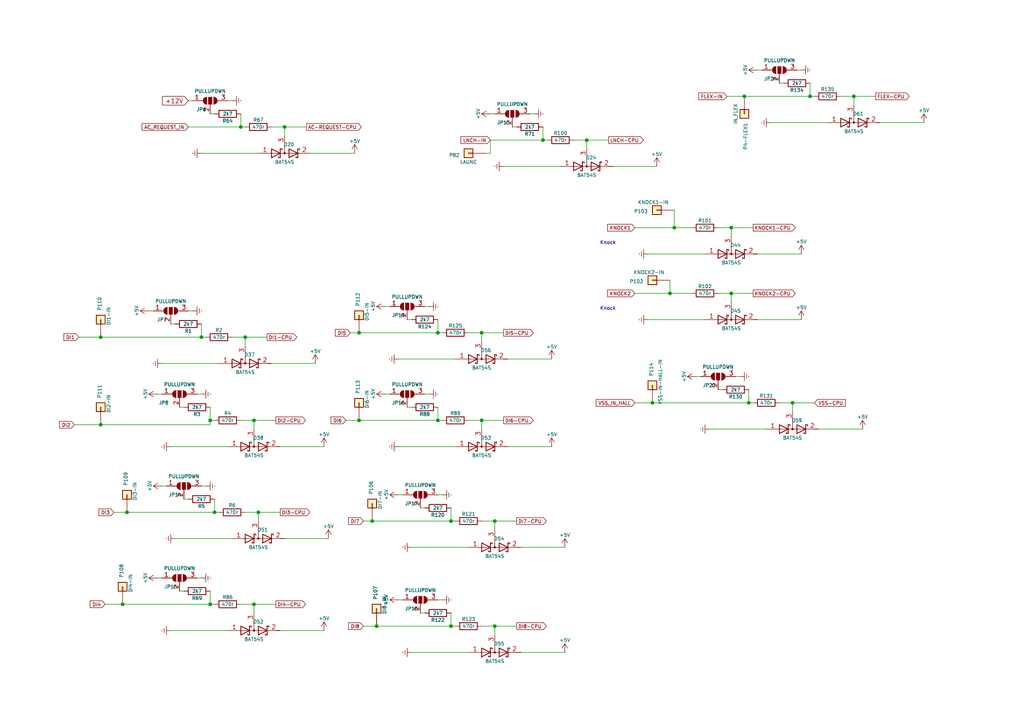
<source format=kicad_sch>
(kicad_sch (version 20231120) (generator "eeschema") (generator_version "8.0")
  (paper "A4")
  (lib_symbols
    (symbol "Device:R" (pin_numbers hide) (pin_names (offset 0))
      (property "Reference" "R" (at 2.032 0 90))
      (property "Value" "R" (at 0 0 90))
      (symbol "R_1_1"
        (pin passive line (at 0 3.81 270) (length 1.27) (name "~") (number "1"))
        (pin passive line (at 0 -3.81 90) (length 1.27) (name "~") (number "2"))
      )
    )
    (symbol "Underdog-rescue:D_Schottky_x2_Serial_AKC-Device" (pin_names (offset 0.762) hide)
      (property "Reference" "D" (at 1.27 -2.54 0))
      (property "Value" "D_Schottky_x2_Serial_AKC-Device" (at 0 2.54 0))
      (symbol "D_Schottky_x2_Serial_AKC-Device_0_1"
        (pin passive line (at -7.62 0 0) (length 3.81) (name "A") (number "1"))
        (pin passive line (at 7.62 0 180) (length 3.81) (name "K") (number "2"))
        (pin passive line (at 0 -5.08 90) (length 2.54) (name "common") (number "3"))
      )
    )
    (symbol "Underdog-rescue:SolderJumper_3_Open-Jumper1" (pin_names (offset 0) hide)
      (property "Reference" "JP" (at -2.54 -2.54 0))
      (property "Value" "SolderJumper_3_Open-Jumper1" (at 0 2.794 0))
      (symbol "SolderJumper_3_Open-Jumper1_1_1"
        (pin passive line (at -5.08 0 0) (length 2.54) (name "A") (number "1"))
        (pin input line (at 0 -3.81 90) (length 2.54) (name "C") (number "2"))
        (pin passive line (at 5.08 0 180) (length 2.54) (name "B") (number "3"))
      )
    )
    (symbol "misc:Pad" (pin_numbers hide) (pin_names (offset 1.016) hide)
      (property "Reference" "P" (at 2.54 0 0))
      (symbol "Pad_1_1"
        (pin passive line (at -5.08 0 0) (length 3.81) (name "Pin_1") (number "1"))
      )
    )
    (symbol "power:+5V" (power) (pin_names (offset 0))
      (property "Value" "+5V" (at 0 3.556 0))
      (symbol "+5V_1_1"
        (pin power_in line (at 0 0 90) (length 0) hide (name "+5V") (number "1"))
      )
    )
    (symbol "power:Earth" (power) (pin_names (offset 0))
      (symbol "Earth_1_1"
        (pin power_in line (at 0 0 270) (length 0) hide (name "Earth") (number "1"))
      )
    )
  )
  (junction (at 107.95 151.13))
  (junction (at 139.7 121.92))
  (junction (at 212.09 85.09))
  (junction (at 104.14 121.92))
  (junction (at 189.23 116.84))
  (junction (at 247.65 27.94))
  (junction (at 29.21 123.19))
  (junction (at 234.95 27.94))
  (junction (at 69.85 36.83))
  (junction (at 109.22 181.61))
  (junction (at 36.83 148.59))
  (junction (at 194.31 85.09))
  (junction (at 60.96 175.26))
  (junction (at 74.93 148.59))
  (junction (at 127 121.92))
  (junction (at 170.18 40.64))
  (junction (at 217.17 116.84))
  (junction (at 195.58 66.04))
  (junction (at 143.51 181.61))
  (junction (at 130.81 181.61))
  (junction (at 35.56 175.26))
  (junction (at 82.55 36.83))
  (junction (at 73.66 121.92))
  (junction (at 62.23 148.59))
  (junction (at 58.42 97.79))
  (junction (at 157.48 40.64))
  (junction (at 229.87 116.84))
  (junction (at 104.14 96.52))
  (junction (at 130.81 151.13))
  (junction (at 139.7 96.52))
  (junction (at 127 96.52))
  (junction (at 29.21 97.79))
  (junction (at 143.51 151.13))
  (junction (at 73.66 175.26))
  (junction (at 212.09 66.04))
  (junction (at 71.12 97.79))
  (junction (at 215.9 27.94))
  (junction (at 60.96 121.92))
  (wire (pts (xy 115.57 173.99) (xy 116.84 173.99)))
  (wire (pts (xy 194.31 81.28) (xy 194.31 85.09)))
  (wire (pts (xy 60.96 123.19) (xy 60.96 121.92)))
  (wire (pts (xy 226.06 116.84) (xy 229.87 116.84)))
  (wire (pts (xy 73.66 124.46) (xy 73.66 121.92)))
  (wire (pts (xy 49.53 129.54) (xy 66.04 129.54)))
  (wire (pts (xy 143.51 151.13) (xy 149.86 151.13)))
  (wire (pts (xy 135.89 96.52) (xy 139.7 96.52)))
  (wire (pts (xy 217.17 116.84) (xy 218.44 116.84)))
  (wire (pts (xy 45.72 114.3) (xy 46.99 114.3)))
  (wire (pts (xy 208.28 113.03) (xy 209.55 113.03)))
  (wire (pts (xy 139.7 151.13) (xy 143.51 151.13)))
  (wire (pts (xy 130.81 181.61) (xy 130.81 177.8)))
  (wire (pts (xy 30.48 175.26) (xy 35.56 175.26)))
  (wire (pts (xy 205.74 124.46) (xy 222.25 124.46)))
  (wire (pts (xy 208.28 85.09) (xy 212.09 85.09)))
  (wire (pts (xy 95.25 156.21) (xy 82.55 156.21)))
  (wire (pts (xy 111.76 88.9) (xy 113.03 88.9)))
  (wire (pts (xy 187.96 73.66) (xy 204.47 73.66)))
  (wire (pts (xy 148.59 36.83) (xy 149.86 36.83)))
  (wire (pts (xy 243.84 27.94) (xy 247.65 27.94)))
  (wire (pts (xy 234.95 27.94) (xy 234.95 24.13)))
  (wire (pts (xy 93.98 182.88) (xy 81.28 182.88)))
  (wire (pts (xy 212.09 68.58) (xy 212.09 66.04)))
  (wire (pts (xy 93.98 129.54) (xy 81.28 129.54)))
  (wire (pts (xy 121.92 177.8) (xy 123.19 177.8)))
  (wire (pts (xy 212.09 66.04) (xy 218.44 66.04)))
  (wire (pts (xy 62.23 148.59) (xy 62.23 144.78)))
  (wire (pts (xy 52.07 171.45) (xy 53.34 171.45)))
  (wire (pts (xy 119.38 158.75) (xy 135.89 158.75)))
  (wire (pts (xy 135.89 121.92) (xy 139.7 121.92)))
  (wire (pts (xy 109.22 181.61) (xy 130.81 181.61)))
  (wire (pts (xy 130.81 151.13) (xy 130.81 147.32)))
  (wire (pts (xy 232.41 73.66) (xy 219.71 73.66)))
  (wire (pts (xy 195.58 66.04) (xy 200.66 66.04)))
  (wire (pts (xy 45.72 167.64) (xy 46.99 167.64)))
  (wire (pts (xy 115.57 129.54) (xy 132.08 129.54)))
  (wire (pts (xy 67.31 97.79) (xy 71.12 97.79)))
  (wire (pts (xy 36.83 148.59) (xy 62.23 148.59)))
  (wire (pts (xy 219.71 20.32) (xy 220.98 20.32)))
  (wire (pts (xy 115.57 104.14) (xy 132.08 104.14)))
  (wire (pts (xy 104.14 121.92) (xy 127 121.92)))
  (wire (pts (xy 35.56 175.26) (xy 60.96 175.26)))
  (wire (pts (xy 143.51 181.61) (xy 149.86 181.61)))
  (wire (pts (xy 139.7 181.61) (xy 143.51 181.61)))
  (wire (pts (xy 119.38 189.23) (xy 135.89 189.23)))
  (wire (pts (xy 71.12 100.33) (xy 71.12 97.79)))
  (wire (pts (xy 160.02 129.54) (xy 147.32 129.54)))
  (wire (pts (xy 21.59 123.19) (xy 29.21 123.19)))
  (wire (pts (xy 184.15 85.09) (xy 194.31 85.09)))
  (wire (pts (xy 73.66 121.92) (xy 80.01 121.92)))
  (wire (pts (xy 50.8 156.21) (xy 67.31 156.21)))
  (wire (pts (xy 52.07 118.11) (xy 53.34 118.11)))
  (wire (pts (xy 74.93 151.13) (xy 74.93 148.59)))
  (wire (pts (xy 59.69 140.97) (xy 58.42 140.97)))
  (wire (pts (xy 105.41 181.61) (xy 109.22 181.61)))
  (wire (pts (xy 124.46 114.3) (xy 123.19 114.3)))
  (wire (pts (xy 33.02 148.59) (xy 36.83 148.59)))
  (wire (pts (xy 163.83 158.75) (xy 151.13 158.75)))
  (wire (pts (xy 128.27 173.99) (xy 127 173.99)))
  (wire (pts (xy 104.14 96.52) (xy 127 96.52)))
  (wire (pts (xy 107.95 151.13) (xy 130.81 151.13)))
  (wire (pts (xy 212.09 85.09) (xy 218.44 85.09)))
  (wire (pts (xy 82.55 39.37) (xy 82.55 36.83)))
  (wire (pts (xy 160.02 104.14) (xy 147.32 104.14)))
  (wire (pts (xy 58.42 97.79) (xy 58.42 93.98)))
  (wire (pts (xy 60.96 175.26) (xy 60.96 171.45)))
  (wire (pts (xy 121.92 147.32) (xy 123.19 147.32)))
  (wire (pts (xy 201.93 109.22) (xy 203.2 109.22)))
  (wire (pts (xy 54.61 36.83) (xy 69.85 36.83)))
  (wire (pts (xy 208.28 66.04) (xy 212.09 66.04)))
  (wire (pts (xy 62.23 148.59) (xy 63.5 148.59)))
  (wire (pts (xy 163.83 189.23) (xy 151.13 189.23)))
  (wire (pts (xy 58.42 97.79) (xy 59.69 97.79)))
  (wire (pts (xy 101.6 96.52) (xy 104.14 96.52)))
  (wire (pts (xy 74.93 148.59) (xy 81.28 148.59)))
  (wire (pts (xy 166.37 40.64) (xy 170.18 40.64)))
  (wire (pts (xy 247.65 27.94) (xy 254 27.94)))
  (wire (pts (xy 194.31 85.09) (xy 200.66 85.09)))
  (wire (pts (xy 223.52 35.56) (xy 240.03 35.56)))
  (wire (pts (xy 142.24 44.45) (xy 140.97 44.45)))
  (wire (pts (xy 58.42 167.64) (xy 57.15 167.64)))
  (wire (pts (xy 118.11 92.71) (xy 119.38 92.71)))
  (wire (pts (xy 139.7 121.92) (xy 146.05 121.92)))
  (wire (pts (xy 105.41 151.13) (xy 107.95 151.13)))
  (wire (pts (xy 69.85 175.26) (xy 73.66 175.26)))
  (wire (pts (xy 217.17 116.84) (xy 217.17 113.03)))
  (wire (pts (xy 71.12 148.59) (xy 74.93 148.59)))
  (wire (pts (xy 267.97 35.56) (xy 255.27 35.56)))
  (wire (pts (xy 247.65 30.48) (xy 247.65 27.94)))
  (wire (pts (xy 214.63 109.22) (xy 213.36 109.22)))
  (wire (pts (xy 46.99 140.97) (xy 48.26 140.97)))
  (wire (pts (xy 143.51 184.15) (xy 143.51 181.61)))
  (wire (pts (xy 190.5 48.26) (xy 177.8 48.26)))
  (wire (pts (xy 139.7 124.46) (xy 139.7 121.92)))
  (wire (pts (xy 115.57 143.51) (xy 116.84 143.51)))
  (wire (pts (xy 102.87 44.45) (xy 90.17 44.45)))
  (wire (pts (xy 22.86 97.79) (xy 29.21 97.79)))
  (wire (pts (xy 170.18 40.64) (xy 176.53 40.64)))
  (wire (pts (xy 49.53 182.88) (xy 66.04 182.88)))
  (wire (pts (xy 210.82 27.94) (xy 215.9 27.94)))
  (wire (pts (xy 43.18 90.17) (xy 44.45 90.17)))
  (wire (pts (xy 60.96 121.92) (xy 62.23 121.92)))
  (wire (pts (xy 142.24 44.45) (xy 142.24 40.64)))
  (wire (pts (xy 154.94 33.02) (xy 153.67 33.02)))
  (wire (pts (xy 142.24 33.02) (xy 143.51 33.02)))
  (wire (pts (xy 170.18 43.18) (xy 170.18 40.64)))
  (wire (pts (xy 142.24 40.64) (xy 157.48 40.64)))
  (wire (pts (xy 187.96 92.71) (xy 204.47 92.71)))
  (wire (pts (xy 139.7 96.52) (xy 146.05 96.52)))
  (wire (pts (xy 53.34 144.78) (xy 54.61 144.78)))
  (wire (pts (xy 250.19 124.46) (xy 237.49 124.46)))
  (wire (pts (xy 124.46 88.9) (xy 123.19 88.9)))
  (wire (pts (xy 60.96 121.92) (xy 60.96 118.11)))
  (wire (pts (xy 46.99 105.41) (xy 63.5 105.41)))
  (wire (pts (xy 60.96 175.26) (xy 62.23 175.26)))
  (wire (pts (xy 71.12 97.79) (xy 77.47 97.79)))
  (wire (pts (xy 118.11 118.11) (xy 119.38 118.11)))
  (wire (pts (xy 91.44 105.41) (xy 78.74 105.41)))
  (wire (pts (xy 127 121.92) (xy 128.27 121.92)))
  (wire (pts (xy 146.05 48.26) (xy 162.56 48.26)))
  (wire (pts (xy 215.9 27.94) (xy 234.95 27.94)))
  (wire (pts (xy 130.81 181.61) (xy 132.08 181.61)))
  (wire (pts (xy 189.23 116.84) (xy 217.17 116.84)))
  (wire (pts (xy 234.95 27.94) (xy 236.22 27.94)))
  (wire (pts (xy 69.85 36.83) (xy 69.85 33.02)))
  (wire (pts (xy 229.87 116.84) (xy 236.22 116.84)))
  (wire (pts (xy 157.48 40.64) (xy 158.75 40.64)))
  (wire (pts (xy 69.85 121.92) (xy 73.66 121.92)))
  (wire (pts (xy 157.48 40.64) (xy 157.48 36.83)))
  (wire (pts (xy 54.61 29.21) (xy 55.88 29.21)))
  (wire (pts (xy 195.58 60.96) (xy 195.58 66.04)))
  (wire (pts (xy 128.27 143.51) (xy 127 143.51)))
  (wire (pts (xy 60.96 33.02) (xy 62.23 33.02)))
  (wire (pts (xy 58.42 44.45) (xy 74.93 44.45)))
  (wire (pts (xy 127 121.92) (xy 127 118.11)))
  (wire (pts (xy 55.88 90.17) (xy 54.61 90.17)))
  (wire (pts (xy 229.87 119.38) (xy 229.87 116.84)))
  (wire (pts (xy 49.53 93.98) (xy 50.8 93.98)))
  (wire (pts (xy 29.21 97.79) (xy 58.42 97.79)))
  (wire (pts (xy 127 96.52) (xy 127 92.71)))
  (wire (pts (xy 226.06 24.13) (xy 227.33 24.13)))
  (wire (pts (xy 130.81 151.13) (xy 132.08 151.13)))
  (wire (pts (xy 111.76 114.3) (xy 113.03 114.3)))
  (wire (pts (xy 73.66 177.8) (xy 73.66 175.26)))
  (wire (pts (xy 139.7 99.06) (xy 139.7 96.52)))
  (wire (pts (xy 232.41 92.71) (xy 219.71 92.71)))
  (wire (pts (xy 69.85 36.83) (xy 71.12 36.83)))
  (wire (pts (xy 29.21 123.19) (xy 60.96 123.19)))
  (wire (pts (xy 58.42 114.3) (xy 57.15 114.3)))
  (wire (pts (xy 73.66 175.26) (xy 80.01 175.26)))
  (wire (pts (xy 78.74 36.83) (xy 82.55 36.83)))
  (wire (pts (xy 127 96.52) (xy 128.27 96.52)))
  (wire (pts (xy 212.09 87.63) (xy 212.09 85.09)))
  (wire (pts (xy 184.15 66.04) (xy 195.58 66.04)))
  (wire (pts (xy 67.31 29.21) (xy 66.04 29.21)))
  (wire (pts (xy 100.33 121.92) (xy 104.14 121.92)))
  (wire (pts (xy 232.41 20.32) (xy 231.14 20.32)))
  (wire (pts (xy 143.51 153.67) (xy 143.51 151.13)))
  (wire (pts (xy 82.55 36.83) (xy 88.9 36.83)))
  (wire (pts (xy 184.15 116.84) (xy 189.23 116.84)))
  (text "Knock" (at 173.99 90.17 0) (effects (font (size 1 1)) (justify left bottom)))
  (text "Knock" (at 173.99 71.12 0) (effects (font (size 1 1)) (justify left bottom)))
  (global_label "LNCH-CPU" (shape output) (at 176.53 40.64 0) (effects (font (size 1 1))) (property "Intersheetrefs" "${INTERSHEET_REFS}" (effects (hide yes))))
  (global_label "DI1-CPU" (shape output) (at 77.47 97.79 0) (effects (font (size 1 1))) (property "Intersheetrefs" "${INTERSHEET_REFS}" (effects (hide yes))))
  (global_label "VSS_IN_HALL" (shape input) (at 184.15 116.84 180) (effects (font (size 1 1))) (property "Intersheetrefs" "${INTERSHEET_REFS}" (effects (hide yes))))
  (global_label "KNOCK1" (shape input) (at 184.15 66.04 180) (effects (font (size 1 1))) (property "Intersheetrefs" "${INTERSHEET_REFS}" (effects (hide yes))))
  (global_label "DI8-CPU" (shape output) (at 149.86 181.61 0) (effects (font (size 1 1))) (property "Intersheetrefs" "${INTERSHEET_REFS}" (effects (hide yes))))
  (global_label "+12V" (shape input) (at 54.61 29.21 180) (property "Intersheetrefs" "${INTERSHEET_REFS}" (effects (hide yes))))
  (global_label "AC-REQUEST-CPU" (shape output) (at 88.9 36.83 0) (effects (font (size 1 1))) (property "Intersheetrefs" "${INTERSHEET_REFS}" (effects (hide yes))))
  (global_label "DI4" (shape input) (at 30.48 175.26 180) (effects (font (size 1 1))) (property "Intersheetrefs" "${INTERSHEET_REFS}" (effects (hide yes))))
  (global_label "DI2-CPU" (shape output) (at 80.01 121.92 0) (effects (font (size 1 1))) (property "Intersheetrefs" "${INTERSHEET_REFS}" (effects (hide yes))))
  (global_label "LNCH-IN" (shape input) (at 142.24 40.64 180) (effects (font (size 1 1))) (property "Intersheetrefs" "${INTERSHEET_REFS}" (effects (hide yes))))
  (global_label "DI7-CPU" (shape output) (at 149.86 151.13 0) (effects (font (size 1 1))) (property "Intersheetrefs" "${INTERSHEET_REFS}" (effects (hide yes))))
  (global_label "FLEX-CPU" (shape output) (at 254 27.94 0) (effects (font (size 1 1))) (property "Intersheetrefs" "${INTERSHEET_REFS}" (effects (hide yes))))
  (global_label "DI1" (shape input) (at 22.86 97.79 180) (effects (font (size 1 1))) (property "Intersheetrefs" "${INTERSHEET_REFS}" (effects (hide yes))))
  (global_label "AC_REQUEST_IN" (shape input) (at 54.61 36.83 180) (effects (font (size 1 1))) (property "Intersheetrefs" "${INTERSHEET_REFS}" (effects (hide yes))))
  (global_label "VSS-CPU" (shape input) (at 236.22 116.84 0) (effects (font (size 1 1))) (property "Intersheetrefs" "${INTERSHEET_REFS}" (effects (hide yes))))
  (global_label "DI5" (shape input) (at 101.6 96.52 180) (effects (font (size 1 1))) (property "Intersheetrefs" "${INTERSHEET_REFS}" (effects (hide yes))))
  (global_label "DI2" (shape input) (at 21.59 123.19 180) (effects (font (size 1 1))) (property "Intersheetrefs" "${INTERSHEET_REFS}" (effects (hide yes))))
  (global_label "DI5-CPU" (shape output) (at 146.05 96.52 0) (effects (font (size 1 1))) (property "Intersheetrefs" "${INTERSHEET_REFS}" (effects (hide yes))))
  (global_label "KNOCK2-CPU" (shape output) (at 218.44 85.09 0) (effects (font (size 1 1))) (property "Intersheetrefs" "${INTERSHEET_REFS}" (effects (hide yes))))
  (global_label "DI4-CPU" (shape output) (at 80.01 175.26 0) (effects (font (size 1 1))) (property "Intersheetrefs" "${INTERSHEET_REFS}" (effects (hide yes))))
  (global_label "DI6-CPU" (shape output) (at 146.05 121.92 0) (effects (font (size 1 1))) (property "Intersheetrefs" "${INTERSHEET_REFS}" (effects (hide yes))))
  (global_label "DI7" (shape input) (at 105.41 151.13 180) (effects (font (size 1 1))) (property "Intersheetrefs" "${INTERSHEET_REFS}" (effects (hide yes))))
  (global_label "DI3" (shape input) (at 33.02 148.59 180) (effects (font (size 1 1))) (property "Intersheetrefs" "${INTERSHEET_REFS}" (effects (hide yes))))
  (global_label "KNOCK2" (shape input) (at 184.15 85.09 180) (effects (font (size 1 1))) (property "Intersheetrefs" "${INTERSHEET_REFS}" (effects (hide yes))))
  (global_label "FLEX-IN" (shape input) (at 210.82 27.94 180) (effects (font (size 1 1))) (property "Intersheetrefs" "${INTERSHEET_REFS}" (effects (hide yes))))
  (global_label "DI3-CPU" (shape output) (at 81.28 148.59 0) (effects (font (size 1 1))) (property "Intersheetrefs" "${INTERSHEET_REFS}" (effects (hide yes))))
  (global_label "KNOCK1-CPU" (shape output) (at 218.44 66.04 0) (effects (font (size 1 1))) (property "Intersheetrefs" "${INTERSHEET_REFS}" (effects (hide yes))))
  (global_label "DI6" (shape input) (at 100.33 121.92 180) (effects (font (size 1 1))) (property "Intersheetrefs" "${INTERSHEET_REFS}" (effects (hide yes))))
  (global_label "DI8" (shape input) (at 105.41 181.61 180) (effects (font (size 1 1))) (property "Intersheetrefs" "${INTERSHEET_REFS}" (effects (hide yes))))
  (symbol (lib_id "power:+5V") (at 111.76 114.3 90) (unit 1)
    (property "Reference" "#PWR0179" (effects (hide yes)))
    (property "Value" "+5V" (at 108.204 114.3 0) (effects (font (size 1 1))))
  )
  (symbol (lib_id "power:+5V") (at 91.44 105.41 0) (unit 1)
    (property "Reference" "#PWR064" (effects (hide yes)))
    (property "Value" "+5V" (at 91.44 101.854 0) (effects (font (size 1 1))))
  )
  (symbol (lib_id "power:Earth") (at 49.53 129.54 270) (unit 1)
    (property "Reference" "#PWR067" (effects (hide yes)))
    (property "Value" "Earth" (effects (hide yes)))
  )
  (symbol (lib_id "Underdog-rescue:SolderJumper_3_Open-Jumper1") (at 52.07 167.64 0) (unit 1) (in_bom no)
    (property "Reference" "JP15" (at 49.53 170.18 0) (effects (font (size 1 1))))
    (property "Value" "PULLUPDWN" (at 52.07 164.846 0) (effects (font (size 1 1))))
    (property "Footprint" "Jumper:SolderJumper-3_P1.3mm_Open_Pad1.0x1.5mm_NumberLabels" (effects (hide yes)))
    (property "MPN" "DNP" (effects (hide yes)))
    (property "Rot" "0" (effects (hide yes)))
  )
  (symbol (lib_id "Underdog-rescue:D_Schottky_x2_Serial_AKC-Device") (at 73.66 182.88 0) (mirror x) (unit 1)
    (property "Reference" "D52" (at 74.93 180.34 0) (effects (font (size 1 1))))
    (property "Value" "BAT54S" (at 73.66 185.42 0) (effects (font (size 1 1))))
    (property "Footprint" "easyeda2kicad:SOT-23-3_L3.0-W1.7-P0.95-LS2.9-BR" (effects (hide yes)))
    (property "MPN" "BAT54S,215" (effects (hide yes)))
    (property "LCSC" "C47546" (effects (hide yes)))
    (property "Rot" "0" (effects (hide yes)))
  )
  (symbol (lib_id "power:Earth") (at 124.46 114.3 90) (unit 1)
    (property "Reference" "#PWR0181" (effects (hide yes)))
    (property "Value" "Earth" (effects (hide yes)))
  )
  (symbol (lib_id "power:+5V") (at 267.97 35.56 0) (unit 1)
    (property "Reference" "#PWR0214" (effects (hide yes)))
    (property "Value" "+5V" (at 267.97 32.004 0) (effects (font (size 1 1))))
  )
  (symbol (lib_id "power:Earth") (at 58.42 167.64 90) (unit 1)
    (property "Reference" "#PWR0177" (effects (hide yes)))
    (property "Value" "Earth" (effects (hide yes)))
  )
  (symbol (lib_id "Device:R") (at 240.03 27.94 90) (unit 1)
    (property "Reference" "R135" (at 240.03 25.908 90) (effects (font (size 1 1))))
    (property "Value" "470r" (at 240.03 27.94 90) (effects (font (size 1 1))))
    (property "Footprint" "easyeda2kicad:R0805" (effects (hide yes)))
    (property "MPN" " C17710" (effects (hide yes)))
    (property "LCSC" "C17710" (effects (hide yes)))
    (property "Rot" "0" (effects (hide yes)))
  )
  (symbol (lib_id "power:+5V") (at 93.98 129.54 0) (unit 1)
    (property "Reference" "#PWR070" (effects (hide yes)))
    (property "Value" "+5V" (at 93.98 125.984 0) (effects (font (size 1 1))))
  )
  (symbol (lib_id "power:+5V") (at 93.98 182.88 0) (unit 1)
    (property "Reference" "#PWR0178" (effects (hide yes)))
    (property "Value" "+5V" (at 93.98 179.324 0) (effects (font (size 1 1))))
  )
  (symbol (lib_id "power:+5V") (at 115.57 143.51 90) (unit 1)
    (property "Reference" "#PWR0183" (effects (hide yes)))
    (property "Value" "+5V" (at 112.014 143.51 0) (effects (font (size 1 1))))
  )
  (symbol (lib_id "Device:R") (at 66.04 33.02 270) (unit 1)
    (property "Reference" "R64" (at 66.04 35.052 90) (effects (font (size 1 1))))
    (property "Value" "2k7" (at 66.04 33.02 90) (effects (font (size 1 1))))
    (property "Footprint" "easyeda2kicad:R0603" (effects (hide yes)))
    (property "MPN" "C13167" (effects (hide yes)))
    (property "LCSC" "C13167" (effects (hide yes)))
    (property "Rot" "0" (effects (hide yes)))
  )
  (symbol (lib_id "Device:R") (at 127 147.32 270) (unit 1)
    (property "Reference" "R120" (at 127 149.352 90) (effects (font (size 1 1))))
    (property "Value" "2k7" (at 127 147.32 90) (effects (font (size 1 1))))
    (property "Footprint" "easyeda2kicad:R0603" (effects (hide yes)))
    (property "MPN" "C13167" (effects (hide yes)))
    (property "LCSC" "C13167" (effects (hide yes)))
    (property "Rot" "0" (effects (hide yes)))
  )
  (symbol (lib_id "misc:Pad") (at 135.89 44.45 180) (unit 1) (in_bom no)
    (property "Reference" "P82" (at 133.3049 44.9914 0) (effects (font (size 1 1)) (justify left)))
    (property "Value" "LAUNC" (at 135.89 46.99 0) (effects (font (size 1 1))))
    (property "Footprint" "TestPoint:TestPoint_THTPad_1.5x1.5mm_Drill0.7mm" (effects (hide yes)))
    (property "Description" "Launch Input" (effects (hide yes)))
    (property "Rot" "0" (effects (hide yes)))
    (property "label" "LAUNCH (D51)" (effects (hide yes)))
  )
  (symbol (lib_id "Device:R") (at 67.31 148.59 90) (unit 1)
    (property "Reference" "R6" (at 67.31 146.558 90) (effects (font (size 1 1))))
    (property "Value" "470r" (at 67.31 148.59 90) (effects (font (size 1 1))))
    (property "Footprint" "easyeda2kicad:R0805" (effects (hide yes)))
    (property "MPN" " C17710" (effects (hide yes)))
    (property "LCSC" "C17710" (effects (hide yes)))
    (property "Rot" "0" (effects (hide yes)))
  )
  (symbol (lib_id "Device:R") (at 204.47 85.09 90) (unit 1)
    (property "Reference" "R102" (at 204.47 83.058 90) (effects (font (size 1 1))))
    (property "Value" "470r" (at 204.47 85.09 90) (effects (font (size 1 1))))
    (property "Footprint" "easyeda2kicad:R0805" (effects (hide yes)))
    (property "MPN" " C17710" (effects (hide yes)))
    (property "LCSC" "C17710" (effects (hide yes)))
    (property "Rot" "0" (effects (hide yes)))
  )
  (symbol (lib_id "power:+5V") (at 201.93 109.22 90) (unit 1)
    (property "Reference" "#PWR0203" (effects (hide yes)))
    (property "Value" "+5V" (at 198.374 109.22 0) (effects (font (size 1 1))))
  )
  (symbol (lib_id "power:+5V") (at 163.83 189.23 0) (unit 1)
    (property "Reference" "#PWR0190" (effects (hide yes)))
    (property "Value" "+5V" (at 163.83 185.674 0) (effects (font (size 1 1))))
  )
  (symbol (lib_id "Device:R") (at 54.61 93.98 270) (unit 1)
    (property "Reference" "R1" (at 54.61 96.012 90) (effects (font (size 1 1))))
    (property "Value" "2k7" (at 54.61 93.98 90) (effects (font (size 1 1))))
    (property "Footprint" "easyeda2kicad:R0603" (effects (hide yes)))
    (property "MPN" "C13167" (effects (hide yes)))
    (property "LCSC" "C13167" (effects (hide yes)))
    (property "Rot" "0" (effects (hide yes)))
  )
  (symbol (lib_id "power:Earth") (at 214.63 109.22 90) (unit 1)
    (property "Reference" "#PWR0205" (effects (hide yes)))
    (property "Value" "Earth" (effects (hide yes)))
  )
  (symbol (lib_id "Device:R") (at 132.08 96.52 90) (unit 1)
    (property "Reference" "R125" (at 132.08 94.488 90) (effects (font (size 1 1))))
    (property "Value" "470r" (at 132.08 96.52 90) (effects (font (size 1 1))))
    (property "Footprint" "easyeda2kicad:R0805" (effects (hide yes)))
    (property "MPN" " C17710" (effects (hide yes)))
    (property "LCSC" "C17710" (effects (hide yes)))
    (property "Rot" "0" (effects (hide yes)))
  )
  (symbol (lib_id "power:+5V") (at 160.02 129.54 0) (unit 1)
    (property "Reference" "#PWR0182" (effects (hide yes)))
    (property "Value" "+5V" (at 160.02 125.984 0) (effects (font (size 1 1))))
  )
  (symbol (lib_id "power:+5V") (at 232.41 73.66 0) (unit 1)
    (property "Reference" "#PWR0165" (effects (hide yes)))
    (property "Value" "+5V" (at 232.41 70.104 0) (effects (font (size 1 1))))
  )
  (symbol (lib_id "power:Earth") (at 115.57 129.54 270) (unit 1)
    (property "Reference" "#PWR0180" (effects (hide yes)))
    (property "Value" "Earth" (effects (hide yes)))
  )
  (symbol (lib_id "Underdog-rescue:D_Schottky_x2_Serial_AKC-Device") (at 139.7 129.54 0) (mirror x) (unit 1)
    (property "Reference" "D53" (at 140.97 127 0) (effects (font (size 1 1))))
    (property "Value" "BAT54S" (at 139.7 132.08 0) (effects (font (size 1 1))))
    (property "Footprint" "easyeda2kicad:SOT-23-3_L3.0-W1.7-P0.95-LS2.9-BR" (effects (hide yes)))
    (property "MPN" "BAT54S,215" (effects (hide yes)))
    (property "LCSC" "C47546" (effects (hide yes)))
    (property "Rot" "0" (effects (hide yes)))
  )
  (symbol (lib_id "misc:Pad") (at 190.5 60.96 180) (unit 1) (in_bom no)
    (property "Reference" "P103" (at 187.9061 61.291 0) (effects (font (size 1 1)) (justify left)))
    (property "Value" "KNOCK1-IN" (at 189.484 58.674 0) (effects (font (size 1 1))))
    (property "Footprint" "TestPoint:TestPoint_THTPad_1.5x1.5mm_Drill0.7mm" (effects (hide yes)))
    (property "Rot" "0" (effects (hide yes)))
  )
  (symbol (lib_id "Underdog-rescue:D_Schottky_x2_Serial_AKC-Device") (at 143.51 158.75 0) (mirror x) (unit 1)
    (property "Reference" "D54" (at 144.78 156.21 0) (effects (font (size 1 1))))
    (property "Value" "BAT54S" (at 143.51 161.29 0) (effects (font (size 1 1))))
    (property "Footprint" "easyeda2kicad:SOT-23-3_L3.0-W1.7-P0.95-LS2.9-BR" (effects (hide yes)))
    (property "MPN" "BAT54S,215" (effects (hide yes)))
    (property "LCSC" "C47546" (effects (hide yes)))
    (property "Rot" "0" (effects (hide yes)))
  )
  (symbol (lib_id "power:+5V") (at 163.83 158.75 0) (unit 1)
    (property "Reference" "#PWR0186" (effects (hide yes)))
    (property "Value" "+5V" (at 163.83 155.194 0) (effects (font (size 1 1))))
  )
  (symbol (lib_id "misc:Pad") (at 29.21 92.71 90) (unit 1) (in_bom no)
    (property "Reference" "P110" (at 28.879 90.1161 0) (effects (font (size 1 1)) (justify left)))
    (property "Value" "DI1-IN" (at 31.496 91.694 0) (effects (font (size 1 1))))
    (property "Footprint" "TestPoint:TestPoint_THTPad_1.5x1.5mm_Drill0.7mm" (effects (hide yes)))
    (property "Rot" "0" (effects (hide yes)))
  )
  (symbol (lib_id "Underdog-rescue:D_Schottky_x2_Serial_AKC-Device") (at 247.65 35.56 0) (mirror x) (unit 1)
    (property "Reference" "D61" (at 248.92 33.02 0) (effects (font (size 1 1))))
    (property "Value" "BAT54S" (at 247.65 38.1 0) (effects (font (size 1 1))))
    (property "Footprint" "easyeda2kicad:SOT-23-3_L3.0-W1.7-P0.95-LS2.9-BR" (effects (hide yes)))
    (property "MPN" "BAT54S,215" (effects (hide yes)))
    (property "LCSC" "C47546" (effects (hide yes)))
    (property "Rot" "0" (effects (hide yes)))
  )
  (symbol (lib_id "power:+5V") (at 142.24 33.02 90) (unit 1)
    (property "Reference" "#PWR0119" (effects (hide yes)))
    (property "Value" "+5V" (at 138.684 33.02 0) (effects (font (size 1 1))))
  )
  (symbol (lib_id "Underdog-rescue:SolderJumper_3_Open-Jumper1") (at 121.92 173.99 0) (unit 1) (in_bom no)
    (property "Reference" "JP18" (at 119.38 176.53 0) (effects (font (size 1 1))))
    (property "Value" "PULLUPDWN" (at 121.92 171.196 0) (effects (font (size 1 1))))
    (property "Footprint" "Jumper:SolderJumper-3_P1.3mm_Open_Pad1.0x1.5mm_NumberLabels" (effects (hide yes)))
    (property "MPN" "DNP" (effects (hide yes)))
    (property "Rot" "0" (effects (hide yes)))
  )
  (symbol (lib_id "power:Earth") (at 128.27 173.99 90) (unit 1)
    (property "Reference" "#PWR0189" (effects (hide yes)))
    (property "Value" "Earth" (effects (hide yes)))
  )
  (symbol (lib_id "power:+5V") (at 219.71 20.32 90) (unit 1)
    (property "Reference" "#PWR0211" (effects (hide yes)))
    (property "Value" "+5V" (at 216.154 20.32 0) (effects (font (size 1 1))))
  )
  (symbol (lib_id "power:Earth") (at 115.57 104.14 270) (unit 1)
    (property "Reference" "#PWR0192" (effects (hide yes)))
    (property "Value" "Earth" (effects (hide yes)))
  )
  (symbol (lib_id "Device:R") (at 123.19 118.11 270) (unit 1)
    (property "Reference" "R88" (at 123.19 120.142 90) (effects (font (size 1 1))))
    (property "Value" "2k7" (at 123.19 118.11 90) (effects (font (size 1 1))))
    (property "Footprint" "easyeda2kicad:R0603" (effects (hide yes)))
    (property "MPN" "C13167" (effects (hide yes)))
    (property "LCSC" "C13167" (effects (hide yes)))
    (property "Rot" "0" (effects (hide yes)))
  )
  (symbol (lib_id "Underdog-rescue:SolderJumper_3_Open-Jumper1") (at 118.11 114.3 0) (unit 1) (in_bom no)
    (property "Reference" "JP16" (at 115.57 116.84 0) (effects (font (size 1 1))))
    (property "Value" "PULLUPDWN" (at 118.11 111.506 0) (effects (font (size 1 1))))
    (property "Footprint" "Jumper:SolderJumper-3_P1.3mm_Open_Pad1.0x1.5mm_NumberLabels" (effects (hide yes)))
    (property "MPN" "DNP" (effects (hide yes)))
    (property "Rot" "0" (effects (hide yes)))
  )
  (symbol (lib_id "power:Earth") (at 46.99 105.41 270) (unit 1)
    (property "Reference" "#PWR031" (effects (hide yes)))
    (property "Value" "Earth" (effects (hide yes)))
  )
  (symbol (lib_id "Device:R") (at 153.67 36.83 270) (unit 1)
    (property "Reference" "R71" (at 153.67 38.862 90) (effects (font (size 1 1))))
    (property "Value" "2k7" (at 153.67 36.83 90) (effects (font (size 1 1))))
    (property "Footprint" "easyeda2kicad:R0603" (effects (hide yes)))
    (property "MPN" "C13167" (effects (hide yes)))
    (property "LCSC" "C13167" (effects (hide yes)))
    (property "Rot" "0" (effects (hide yes)))
  )
  (symbol (lib_id "power:Earth") (at 223.52 35.56 270) (unit 1)
    (property "Reference" "#PWR0212" (effects (hide yes)))
    (property "Value" "Earth" (effects (hide yes)))
  )
  (symbol (lib_id "Underdog-rescue:SolderJumper_3_Open-Jumper1") (at 60.96 29.21 0) (unit 1) (in_bom no)
    (property "Reference" "JP6" (at 58.42 31.75 0) (effects (font (size 1 1))))
    (property "Value" "PULLUPDWN" (at 60.96 26.416 0) (effects (font (size 1 1))))
    (property "Footprint" "Jumper:SolderJumper-3_P1.3mm_Open_Pad1.0x1.5mm_NumberLabels" (effects (hide yes)))
    (property "MPN" "DNP" (effects (hide yes)))
    (property "Rot" "0" (effects (hide yes)))
  )
  (symbol (lib_id "power:Earth") (at 187.96 73.66 270) (unit 1)
    (property "Reference" "#PWR0161" (effects (hide yes)))
    (property "Value" "Earth" (effects (hide yes)))
  )
  (symbol (lib_id "Underdog-rescue:D_Schottky_x2_Serial_AKC-Device") (at 74.93 156.21 0) (mirror x) (unit 1)
    (property "Reference" "D51" (at 76.2 153.67 0) (effects (font (size 1 1))))
    (property "Value" "BAT54S" (at 74.93 158.75 0) (effects (font (size 1 1))))
    (property "Footprint" "easyeda2kicad:SOT-23-3_L3.0-W1.7-P0.95-LS2.9-BR" (effects (hide yes)))
    (property "MPN" "BAT54S,215" (effects (hide yes)))
    (property "LCSC" "C47546" (effects (hide yes)))
    (property "Rot" "0" (effects (hide yes)))
  )
  (symbol (lib_id "misc:Pad") (at 107.95 146.05 90) (unit 1) (in_bom no)
    (property "Reference" "P106" (at 107.619 143.4561 0) (effects (font (size 1 1)) (justify left)))
    (property "Value" "DI7-IN" (at 110.236 145.034 0) (effects (font (size 1 1))))
    (property "Footprint" "TestPoint:TestPoint_THTPad_1.5x1.5mm_Drill0.7mm" (effects (hide yes)))
    (property "Rot" "0" (effects (hide yes)))
  )
  (symbol (lib_id "Device:R") (at 213.36 113.03 270) (unit 1)
    (property "Reference" "R130" (at 213.36 115.062 90) (effects (font (size 1 1))))
    (property "Value" "2k7" (at 213.36 113.03 90) (effects (font (size 1 1))))
    (property "Footprint" "easyeda2kicad:R0603" (effects (hide yes)))
    (property "MPN" "C13167" (effects (hide yes)))
    (property "LCSC" "C13167" (effects (hide yes)))
    (property "Rot" "0" (effects (hide yes)))
  )
  (symbol (lib_id "Underdog-rescue:D_Schottky_x2_Serial_AKC-Device") (at 170.18 48.26 0) (mirror x) (unit 1)
    (property "Reference" "D24" (at 171.45 45.72 0) (effects (font (size 1 1))))
    (property "Value" "BAT54S" (at 170.18 50.8 0) (effects (font (size 1 1))))
    (property "Footprint" "easyeda2kicad:SOT-23-3_L3.0-W1.7-P0.95-LS2.9-BR" (effects (hide yes)))
    (property "MPN" "BAT54S,215" (effects (hide yes)))
    (property "LCSC" "C47546" (effects (hide yes)))
    (property "Rot" "0" (effects (hide yes)))
  )
  (symbol (lib_id "Device:R") (at 222.25 116.84 90) (unit 1)
    (property "Reference" "R131" (at 222.25 114.808 90) (effects (font (size 1 1))))
    (property "Value" "470r" (at 222.25 116.84 90) (effects (font (size 1 1))))
    (property "Footprint" "easyeda2kicad:R0805" (effects (hide yes)))
    (property "MPN" " C17710" (effects (hide yes)))
    (property "LCSC" "C17710" (effects (hide yes)))
    (property "Rot" "0" (effects (hide yes)))
  )
  (symbol (lib_id "Underdog-rescue:SolderJumper_3_Open-Jumper1") (at 118.11 88.9 0) (unit 1) (in_bom no)
    (property "Reference" "JP19" (at 115.57 91.44 0) (effects (font (size 1 1))))
    (property "Value" "PULLUPDWN" (at 118.11 86.106 0) (effects (font (size 1 1))))
    (property "Footprint" "Jumper:SolderJumper-3_P1.3mm_Open_Pad1.0x1.5mm_NumberLabels" (effects (hide yes)))
    (property "MPN" "DNP" (effects (hide yes)))
    (property "Rot" "0" (effects (hide yes)))
  )
  (symbol (lib_id "power:Earth") (at 146.05 48.26 270) (unit 1)
    (property "Reference" "#PWR0123" (effects (hide yes)))
    (property "Value" "Earth" (effects (hide yes)))
  )
  (symbol (lib_id "power:Earth") (at 119.38 189.23 270) (unit 1)
    (property "Reference" "#PWR0188" (effects (hide yes)))
    (property "Value" "Earth" (effects (hide yes)))
  )
  (symbol (lib_id "power:Earth") (at 59.69 140.97 90) (unit 1)
    (property "Reference" "#PWR0173" (effects (hide yes)))
    (property "Value" "Earth" (effects (hide yes)))
  )
  (symbol (lib_id "Underdog-rescue:D_Schottky_x2_Serial_AKC-Device") (at 71.12 105.41 0) (mirror x) (unit 1)
    (property "Reference" "D37" (at 72.39 102.87 0) (effects (font (size 1 1))))
    (property "Value" "BAT54S" (at 71.12 107.95 0) (effects (font (size 1 1))))
    (property "Footprint" "easyeda2kicad:SOT-23-3_L3.0-W1.7-P0.95-LS2.9-BR" (effects (hide yes)))
    (property "MPN" "BAT54S,215" (effects (hide yes)))
    (property "LCSC" "C47546" (effects (hide yes)))
    (property "Rot" "0" (effects (hide yes)))
  )
  (symbol (lib_id "misc:Pad") (at 104.14 91.44 90) (unit 1) (in_bom no)
    (property "Reference" "P112" (at 103.809 88.8461 0) (effects (font (size 1 1)) (justify left)))
    (property "Value" "DI5-IN" (at 106.426 90.424 0) (effects (font (size 1 1))))
    (property "Footprint" "TestPoint:TestPoint_THTPad_1.5x1.5mm_Drill0.7mm" (effects (hide yes)))
    (property "Rot" "0" (effects (hide yes)))
    (property "label" "D34" (effects (hide yes)))
  )
  (symbol (lib_id "Underdog-rescue:D_Schottky_x2_Serial_AKC-Device") (at 212.09 73.66 0) (mirror x) (unit 1)
    (property "Reference" "D44" (at 213.36 71.12 0) (effects (font (size 1 1))))
    (property "Value" "BAT54S" (at 212.09 76.2 0) (effects (font (size 1 1))))
    (property "Footprint" "easyeda2kicad:SOT-23-3_L3.0-W1.7-P0.95-LS2.9-BR" (effects (hide yes)))
    (property "MPN" "BAT54S,215" (effects (hide yes)))
    (property "LCSC" "C47546" (effects (hide yes)))
    (property "Rot" "0" (effects (hide yes)))
  )
  (symbol (lib_id "Device:R") (at 57.15 118.11 270) (unit 1)
    (property "Reference" "R3" (at 57.15 120.142 90) (effects (font (size 1 1))))
    (property "Value" "2k7" (at 57.15 118.11 90) (effects (font (size 1 1))))
    (property "Footprint" "easyeda2kicad:R0603" (effects (hide yes)))
    (property "MPN" "C13167" (effects (hide yes)))
    (property "LCSC" "C13167" (effects (hide yes)))
    (property "Rot" "0" (effects (hide yes)))
  )
  (symbol (lib_id "power:+5V") (at 160.02 104.14 0) (unit 1)
    (property "Reference" "#PWR0194" (effects (hide yes)))
    (property "Value" "+5V" (at 160.02 100.584 0) (effects (font (size 1 1))))
  )
  (symbol (lib_id "power:+5V") (at 190.5 48.26 0) (unit 1)
    (property "Reference" "#PWR0164" (effects (hide yes)))
    (property "Value" "+5V" (at 190.5 44.704 0) (effects (font (size 1 1))))
  )
  (symbol (lib_id "power:Earth") (at 154.94 33.02 90) (unit 1)
    (property "Reference" "#PWR0163" (effects (hide yes)))
    (property "Value" "Earth" (effects (hide yes)))
  )
  (symbol (lib_id "Device:R") (at 123.19 92.71 270) (unit 1)
    (property "Reference" "R124" (at 123.19 94.742 90) (effects (font (size 1 1))))
    (property "Value" "2k7" (at 123.19 92.71 90) (effects (font (size 1 1))))
    (property "Footprint" "easyeda2kicad:R0603" (effects (hide yes)))
    (property "MPN" "C13167" (effects (hide yes)))
    (property "LCSC" "C13167" (effects (hide yes)))
    (property "Rot" "0" (effects (hide yes)))
  )
  (symbol (lib_id "Device:R") (at 58.42 144.78 270) (unit 1)
    (property "Reference" "R5" (at 58.42 146.812 90) (effects (font (size 1 1))))
    (property "Value" "2k7" (at 58.42 144.78 90) (effects (font (size 1 1))))
    (property "Footprint" "easyeda2kicad:R0603" (effects (hide yes)))
    (property "MPN" "C13167" (effects (hide yes)))
    (property "LCSC" "C13167" (effects (hide yes)))
    (property "Rot" "0" (effects (hide yes)))
  )
  (symbol (lib_id "power:+5V") (at 250.19 124.46 0) (unit 1)
    (property "Reference" "#PWR0206" (effects (hide yes)))
    (property "Value" "+5V" (at 250.19 120.904 0) (effects (font (size 1 1))))
  )
  (symbol (lib_id "power:Earth") (at 128.27 143.51 90) (unit 1)
    (property "Reference" "#PWR0185" (effects (hide yes)))
    (property "Value" "Earth" (effects (hide yes)))
  )
  (symbol (lib_id "power:+5V") (at 46.99 140.97 90) (unit 1)
    (property "Reference" "#PWR0115" (effects (hide yes)))
    (property "Value" "+5V" (at 43.434 140.97 0) (effects (font (size 1 1))))
  )
  (symbol (lib_id "Device:R") (at 127 177.8 270) (unit 1)
    (property "Reference" "R122" (at 127 179.832 90) (effects (font (size 1 1))))
    (property "Value" "2k7" (at 127 177.8 90) (effects (font (size 1 1))))
    (property "Footprint" "easyeda2kicad:R0603" (effects (hide yes)))
    (property "MPN" "C13167" (effects (hide yes)))
    (property "LCSC" "C13167" (effects (hide yes)))
    (property "Rot" "0" (effects (hide yes)))
  )
  (symbol (lib_id "misc:Pad") (at 215.9 33.02 270) (unit 1) (in_bom no)
    (property "Reference" "P4-FLEX1" (at 216.231 35.6139 0) (effects (font (size 1 1)) (justify left)))
    (property "Value" "IN_FLEX" (at 213.36 33.02 0) (effects (font (size 1 1))))
    (property "Footprint" "TestPoint:TestPoint_THTPad_1.5x1.5mm_Drill0.7mm" (effects (hide yes)))
    (property "Rot" "0" (effects (hide yes)))
  )
  (symbol (lib_id "Underdog-rescue:D_Schottky_x2_Serial_AKC-Device") (at 73.66 129.54 0) (mirror x) (unit 1)
    (property "Reference" "D38" (at 74.93 127 0) (effects (font (size 1 1))))
    (property "Value" "BAT54S" (at 73.66 132.08 0) (effects (font (size 1 1))))
    (property "Footprint" "easyeda2kicad:SOT-23-3_L3.0-W1.7-P0.95-LS2.9-BR" (effects (hide yes)))
    (property "MPN" "BAT54S,215" (effects (hide yes)))
    (property "LCSC" "C47546" (effects (hide yes)))
    (property "Rot" "0" (effects (hide yes)))
  )
  (symbol (lib_id "power:Earth") (at 67.31 29.21 90) (unit 1)
    (property "Reference" "#PWR0113" (effects (hide yes)))
    (property "Value" "Earth" (effects (hide yes)))
  )
  (symbol (lib_id "power:+5V") (at 115.57 173.99 90) (unit 1)
    (property "Reference" "#PWR0187" (effects (hide yes)))
    (property "Value" "+5V" (at 112.014 173.99 0) (effects (font (size 1 1))))
  )
  (symbol (lib_id "misc:Pad") (at 104.14 116.84 90) (unit 1) (in_bom no)
    (property "Reference" "P113" (at 103.809 114.2461 0) (effects (font (size 1 1)) (justify left)))
    (property "Value" "DI6-IN" (at 106.426 115.824 0) (effects (font (size 1 1))))
    (property "Footprint" "TestPoint:TestPoint_THTPad_1.5x1.5mm_Drill0.7mm" (effects (hide yes)))
    (property "Rot" "0" (effects (hide yes)))
    (property "label" "D35" (effects (hide yes)))
  )
  (symbol (lib_id "power:Earth") (at 119.38 158.75 270) (unit 1)
    (property "Reference" "#PWR0184" (effects (hide yes)))
    (property "Value" "Earth" (effects (hide yes)))
  )
  (symbol (lib_id "misc:Pad") (at 189.23 81.28 180) (unit 1) (in_bom no)
    (property "Reference" "P102" (at 186.6361 81.611 0) (effects (font (size 1 1)) (justify left)))
    (property "Value" "KNOCK2-IN" (at 188.214 78.994 0) (effects (font (size 1 1))))
    (property "Footprint" "TestPoint:TestPoint_THTPad_1.5x1.5mm_Drill0.7mm" (effects (hide yes)))
    (property "Rot" "0" (effects (hide yes)))
  )
  (symbol (lib_id "Device:R") (at 66.04 121.92 90) (unit 1)
    (property "Reference" "R4" (at 66.04 119.888 90) (effects (font (size 1 1))))
    (property "Value" "470r" (at 66.04 121.92 90) (effects (font (size 1 1))))
    (property "Footprint" "easyeda2kicad:R0805" (effects (hide yes)))
    (property "MPN" " C17710" (effects (hide yes)))
    (property "LCSC" "C17710" (effects (hide yes)))
    (property "Rot" "0" (effects (hide yes)))
  )
  (symbol (lib_id "power:Earth") (at 187.96 92.71 270) (unit 1)
    (property "Reference" "#PWR0162" (effects (hide yes)))
    (property "Value" "Earth" (effects (hide yes)))
  )
  (symbol (lib_id "power:+5V") (at 45.72 167.64 90) (unit 1)
    (property "Reference" "#PWR0175" (effects (hide yes)))
    (property "Value" "+5V" (at 42.164 167.64 0) (effects (font (size 1 1))))
  )
  (symbol (lib_id "power:Earth") (at 124.46 88.9 90) (unit 1)
    (property "Reference" "#PWR0193" (effects (hide yes)))
    (property "Value" "Earth" (effects (hide yes)))
  )
  (symbol (lib_id "power:Earth") (at 50.8 156.21 270) (unit 1)
    (property "Reference" "#PWR0118" (effects (hide yes)))
    (property "Value" "Earth" (effects (hide yes)))
  )
  (symbol (lib_id "Device:R") (at 74.93 36.83 90) (unit 1)
    (property "Reference" "R67" (at 74.93 34.798 90) (effects (font (size 1 1))))
    (property "Value" "470r" (at 74.93 36.83 90) (effects (font (size 1 1))))
    (property "Footprint" "easyeda2kicad:R0805" (effects (hide yes)))
    (property "MPN" " C17710" (effects (hide yes)))
    (property "LCSC" "C17710" (effects (hide yes)))
    (property "Rot" "0" (effects (hide yes)))
  )
  (symbol (lib_id "power:Earth") (at 55.88 90.17 90) (unit 1)
    (property "Reference" "#PWR063" (effects (hide yes)))
    (property "Value" "Earth" (effects (hide yes)))
  )
  (symbol (lib_id "misc:Pad") (at 36.83 143.51 90) (unit 1) (in_bom no)
    (property "Reference" "P109" (at 36.499 140.9161 0) (effects (font (size 1 1)) (justify left)))
    (property "Value" "DI3-IN" (at 39.116 142.494 0) (effects (font (size 1 1))))
    (property "Footprint" "TestPoint:TestPoint_THTPad_1.5x1.5mm_Drill0.7mm" (effects (hide yes)))
    (property "Rot" "0" (effects (hide yes)))
    (property "label" "D32" (effects (hide yes)))
  )
  (symbol (lib_id "Device:R") (at 135.89 151.13 90) (unit 1)
    (property "Reference" "R121" (at 135.89 149.098 90) (effects (font (size 1 1))))
    (property "Value" "470r" (at 135.89 151.13 90) (effects (font (size 1 1))))
    (property "Footprint" "easyeda2kicad:R0805" (effects (hide yes)))
    (property "MPN" " C17710" (effects (hide yes)))
    (property "LCSC" "C17710" (effects (hide yes)))
    (property "Rot" "0" (effects (hide yes)))
  )
  (symbol (lib_id "power:Earth") (at 232.41 20.32 90) (unit 1)
    (property "Reference" "#PWR0213" (effects (hide yes)))
    (property "Value" "Earth" (effects (hide yes)))
  )
  (symbol (lib_id "Underdog-rescue:D_Schottky_x2_Serial_AKC-Device") (at 143.51 189.23 0) (mirror x) (unit 1)
    (property "Reference" "D55" (at 144.78 186.69 0) (effects (font (size 1 1))))
    (property "Value" "BAT54S" (at 143.51 191.77 0) (effects (font (size 1 1))))
    (property "Footprint" "easyeda2kicad:SOT-23-3_L3.0-W1.7-P0.95-LS2.9-BR" (effects (hide yes)))
    (property "MPN" "BAT54S,215" (effects (hide yes)))
    (property "LCSC" "C47546" (effects (hide yes)))
    (property "Rot" "0" (effects (hide yes)))
  )
  (symbol (lib_id "power:+5V") (at 111.76 88.9 90) (unit 1)
    (property "Reference" "#PWR0191" (effects (hide yes)))
    (property "Value" "+5V" (at 108.204 88.9 0) (effects (font (size 1 1))))
  )
  (symbol (lib_id "Underdog-rescue:SolderJumper_3_Open-Jumper1") (at 226.06 20.32 0) (unit 1) (in_bom no)
    (property "Reference" "JP24" (at 223.52 22.86 0) (effects (font (size 1 1))))
    (property "Value" "PULLUPDWN" (at 226.06 17.526 0) (effects (font (size 1 1))))
    (property "Footprint" "Jumper:SolderJumper-3_P1.3mm_Open_Pad1.0x1.5mm_NumberLabels" (effects (hide yes)))
    (property "MPN" "DNP" (effects (hide yes)))
    (property "Rot" "0" (effects (hide yes)))
  )
  (symbol (lib_id "misc:Pad") (at 35.56 170.18 90) (unit 1) (in_bom no)
    (property "Reference" "P108" (at 35.229 167.5861 0) (effects (font (size 1 1)) (justify left)))
    (property "Value" "DI4-IN" (at 37.846 169.164 0) (effects (font (size 1 1))))
    (property "Footprint" "TestPoint:TestPoint_THTPad_1.5x1.5mm_Drill0.7mm" (effects (hide yes)))
    (property "Rot" "0" (effects (hide yes)))
    (property "label" "D33" (effects (hide yes)))
  )
  (symbol (lib_id "Underdog-rescue:D_Schottky_x2_Serial_AKC-Device") (at 82.55 44.45 0) (mirror x) (unit 1)
    (property "Reference" "D20" (at 83.82 41.91 0) (effects (font (size 1 1))))
    (property "Value" "BAT54S" (at 82.55 46.99 0) (effects (font (size 1 1))))
    (property "Footprint" "easyeda2kicad:SOT-23-3_L3.0-W1.7-P0.95-LS2.9-BR" (effects (hide yes)))
    (property "MPN" "BAT54S,215" (effects (hide yes)))
    (property "LCSC" "C47546" (effects (hide yes)))
    (property "Rot" "0" (effects (hide yes)))
  )
  (symbol (lib_id "Underdog-rescue:D_Schottky_x2_Serial_AKC-Device") (at 212.09 92.71 0) (mirror x) (unit 1)
    (property "Reference" "D45" (at 213.36 90.17 0) (effects (font (size 1 1))))
    (property "Value" "BAT54S" (at 212.09 95.25 0) (effects (font (size 1 1))))
    (property "Footprint" "easyeda2kicad:SOT-23-3_L3.0-W1.7-P0.95-LS2.9-BR" (effects (hide yes)))
    (property "MPN" "BAT54S,215" (effects (hide yes)))
    (property "LCSC" "C47546" (effects (hide yes)))
    (property "Rot" "0" (effects (hide yes)))
  )
  (symbol (lib_id "Device:R") (at 66.04 175.26 90) (unit 1)
    (property "Reference" "R86" (at 66.04 173.228 90) (effects (font (size 1 1))))
    (property "Value" "470r" (at 66.04 175.26 90) (effects (font (size 1 1))))
    (property "Footprint" "easyeda2kicad:R0805" (effects (hide yes)))
    (property "MPN" " C17710" (effects (hide yes)))
    (property "LCSC" "C17710" (effects (hide yes)))
    (property "Rot" "0" (effects (hide yes)))
  )
  (symbol (lib_id "misc:Pad") (at 109.22 176.53 90) (unit 1) (in_bom no)
    (property "Reference" "P107" (at 108.889 173.9361 0) (effects (font (size 1 1)) (justify left)))
    (property "Value" "DI8-IN" (at 111.506 175.514 0) (effects (font (size 1 1))))
    (property "Footprint" "TestPoint:TestPoint_THTPad_1.5x1.5mm_Drill0.7mm" (effects (hide yes)))
    (property "Rot" "0" (effects (hide yes)))
    (property "label" "D37" (effects (hide yes)))
  )
  (symbol (lib_id "power:+5V") (at 95.25 156.21 0) (unit 1)
    (property "Reference" "#PWR0174" (effects (hide yes)))
    (property "Value" "+5V" (at 95.25 152.654 0) (effects (font (size 1 1))))
  )
  (symbol (lib_id "misc:Pad") (at 29.21 118.11 90) (unit 1) (in_bom no)
    (property "Reference" "P111" (at 28.879 115.5161 0) (effects (font (size 1 1)) (justify left)))
    (property "Value" "DI2-IN" (at 31.496 117.094 0) (effects (font (size 1 1))))
    (property "Footprint" "TestPoint:TestPoint_THTPad_1.5x1.5mm_Drill0.7mm" (effects (hide yes)))
    (property "Rot" "0" (effects (hide yes)))
  )
  (symbol (lib_id "power:Earth") (at 58.42 44.45 270) (unit 1)
    (property "Reference" "#PWR0110" (effects (hide yes)))
    (property "Value" "Earth" (effects (hide yes)))
  )
  (symbol (lib_id "power:+5V") (at 43.18 90.17 90) (unit 1)
    (property "Reference" "#PWR030" (effects (hide yes)))
    (property "Value" "+5V" (at 39.624 90.17 0) (effects (font (size 1 1))))
  )
  (symbol (lib_id "power:Earth") (at 49.53 182.88 270) (unit 1)
    (property "Reference" "#PWR0176" (effects (hide yes)))
    (property "Value" "Earth" (effects (hide yes)))
  )
  (symbol (lib_id "power:Earth") (at 205.74 124.46 270) (unit 1)
    (property "Reference" "#PWR0204" (effects (hide yes)))
    (property "Value" "Earth" (effects (hide yes)))
  )
  (symbol (lib_id "power:Earth") (at 58.42 114.3 90) (unit 1)
    (property "Reference" "#PWR069" (effects (hide yes)))
    (property "Value" "Earth" (effects (hide yes)))
  )
  (symbol (lib_id "power:+5V") (at 102.87 44.45 0) (unit 1)
    (property "Reference" "#PWR0117" (effects (hide yes)))
    (property "Value" "+5V" (at 102.87 40.894 0) (effects (font (size 1 1))))
  )
  (symbol (lib_id "power:+5V") (at 45.72 114.3 90) (unit 1)
    (property "Reference" "#PWR066" (effects (hide yes)))
    (property "Value" "+5V" (at 42.164 114.3 0) (effects (font (size 1 1))))
  )
  (symbol (lib_id "Device:R") (at 162.56 40.64 90) (unit 1)
    (property "Reference" "R100" (at 162.56 38.608 90) (effects (font (size 1 1))))
    (property "Value" "470r" (at 162.56 40.64 90) (effects (font (size 1 1))))
    (property "Footprint" "easyeda2kicad:R0805" (effects (hide yes)))
    (property "MPN" " C17710" (effects (hide yes)))
    (property "LCSC" "C17710" (effects (hide yes)))
    (property "Rot" "0" (effects (hide yes)))
  )
  (symbol (lib_id "misc:Pad") (at 189.23 111.76 90) (unit 1) (in_bom no)
    (property "Reference" "P114" (at 188.899 109.1661 0) (effects (font (size 1 1)) (justify left)))
    (property "Value" "VSS-IN-HALL-IN" (at 191.516 110.744 0) (effects (font (size 1 1))))
    (property "Footprint" "TestPoint:TestPoint_THTPad_1.5x1.5mm_Drill0.7mm" (effects (hide yes)))
    (property "Rot" "0" (effects (hide yes)))
  )
  (symbol (lib_id "Device:R") (at 231.14 24.13 270) (unit 1)
    (property "Reference" "R134" (at 231.14 26.162 90) (effects (font (size 1 1))))
    (property "Value" "2k7" (at 231.14 24.13 90) (effects (font (size 1 1))))
    (property "Footprint" "easyeda2kicad:R0603" (effects (hide yes)))
    (property "MPN" "C13167" (effects (hide yes)))
    (property "LCSC" "C13167" (effects (hide yes)))
    (property "Rot" "0" (effects (hide yes)))
  )
  (symbol (lib_id "Underdog-rescue:SolderJumper_3_Open-Jumper1") (at 53.34 140.97 0) (unit 1) (in_bom no)
    (property "Reference" "JP14" (at 50.8 143.51 0) (effects (font (size 1 1))))
    (property "Value" "PULLUPDWN" (at 53.34 138.176 0) (effects (font (size 1 1))))
    (property "Footprint" "Jumper:SolderJumper-3_P1.3mm_Open_Pad1.0x1.5mm_NumberLabels" (effects (hide yes)))
    (property "MPN" "DNP" (effects (hide yes)))
    (property "Rot" "0" (effects (hide yes)))
  )
  (symbol (lib_id "Underdog-rescue:D_Schottky_x2_Serial_AKC-Device") (at 139.7 104.14 0) (mirror x) (unit 1)
    (property "Reference" "D56" (at 140.97 101.6 0) (effects (font (size 1 1))))
    (property "Value" "BAT54S" (at 139.7 106.68 0) (effects (font (size 1 1))))
    (property "Footprint" "easyeda2kicad:SOT-23-3_L3.0-W1.7-P0.95-LS2.9-BR" (effects (hide yes)))
    (property "MPN" "BAT54S,215" (effects (hide yes)))
    (property "LCSC" "C47546" (effects (hide yes)))
    (property "Rot" "0" (effects (hide yes)))
  )
  (symbol (lib_id "Device:R") (at 135.89 181.61 90) (unit 1)
    (property "Reference" "R123" (at 135.89 179.578 90) (effects (font (size 1 1))))
    (property "Value" "470r" (at 135.89 181.61 90) (effects (font (size 1 1))))
    (property "Footprint" "easyeda2kicad:R0805" (effects (hide yes)))
    (property "MPN" " C17710" (effects (hide yes)))
    (property "LCSC" "C17710" (effects (hide yes)))
    (property "Rot" "0" (effects (hide yes)))
  )
  (symbol (lib_id "Underdog-rescue:SolderJumper_3_Open-Jumper1") (at 208.28 109.22 0) (unit 1) (in_bom no)
    (property "Reference" "JP22" (at 205.74 111.76 0) (effects (font (size 1 1))))
    (property "Value" "PULLUPDWN" (at 208.28 106.426 0) (effects (font (size 1 1))))
    (property "Footprint" "Jumper:SolderJumper-3_P1.3mm_Open_Pad1.0x1.5mm_NumberLabels" (effects (hide yes)))
    (property "MPN" "DNP" (effects (hide yes)))
    (property "Rot" "0" (effects (hide yes)))
  )
  (symbol (lib_id "Underdog-rescue:D_Schottky_x2_Serial_AKC-Device") (at 229.87 124.46 0) (mirror x) (unit 1)
    (property "Reference" "D59" (at 231.14 121.92 0) (effects (font (size 1 1))))
    (property "Value" "BAT54S" (at 229.87 127 0) (effects (font (size 1 1))))
    (property "Footprint" "easyeda2kicad:SOT-23-3_L3.0-W1.7-P0.95-LS2.9-BR" (effects (hide yes)))
    (property "MPN" "BAT54S,215" (effects (hide yes)))
    (property "LCSC" "C47546" (effects (hide yes)))
    (property "Rot" "0" (effects (hide yes)))
  )
  (symbol (lib_id "Underdog-rescue:SolderJumper_3_Open-Jumper1") (at 52.07 114.3 0) (unit 1) (in_bom no)
    (property "Reference" "JP8" (at 47.498 116.84 0) (effects (font (size 1 1))))
    (property "Value" "PULLUPDWN" (at 52.07 111.506 0) (effects (font (size 1 1))))
    (property "Footprint" "Jumper:SolderJumper-3_P1.3mm_Open_Pad1.0x1.5mm_NumberLabels" (effects (hide yes)))
    (property "MPN" "DNP" (effects (hide yes)))
    (property "Rot" "0" (effects (hide yes)))
  )
  (symbol (lib_id "Device:R") (at 57.15 171.45 270) (unit 1)
    (property "Reference" "R69" (at 57.15 173.482 90) (effects (font (size 1 1))))
    (property "Value" "2k7" (at 57.15 171.45 90) (effects (font (size 1 1))))
    (property "Footprint" "easyeda2kicad:R0603" (effects (hide yes)))
    (property "MPN" "C13167" (effects (hide yes)))
    (property "LCSC" "C13167" (effects (hide yes)))
    (property "Rot" "0" (effects (hide yes)))
  )
  (symbol (lib_id "Device:R") (at 63.5 97.79 90) (unit 1)
    (property "Reference" "R2" (at 63.5 95.758 90) (effects (font (size 1 1))))
    (property "Value" "470r" (at 63.5 97.79 90) (effects (font (size 1 1))))
    (property "Footprint" "easyeda2kicad:R0805" (effects (hide yes)))
    (property "MPN" " C17710" (effects (hide yes)))
    (property "LCSC" "C17710" (effects (hide yes)))
    (property "Rot" "0" (effects (hide yes)))
  )
  (symbol (lib_id "Device:R") (at 204.47 66.04 90) (unit 1)
    (property "Reference" "R101" (at 204.47 64.008 90) (effects (font (size 1 1))))
    (property "Value" "470r" (at 204.47 66.04 90) (effects (font (size 1 1))))
    (property "Footprint" "easyeda2kicad:R0805" (effects (hide yes)))
    (property "MPN" " C17710" (effects (hide yes)))
    (property "LCSC" "C17710" (effects (hide yes)))
    (property "Rot" "0" (effects (hide yes)))
  )
  (symbol (lib_id "Underdog-rescue:SolderJumper_3_Open-Jumper1") (at 121.92 143.51 0) (unit 1) (in_bom no)
    (property "Reference" "JP17" (at 119.38 146.05 0) (effects (font (size 1 1))))
    (property "Value" "PULLUPDWN" (at 121.92 140.716 0) (effects (font (size 1 1))))
    (property "Footprint" "Jumper:SolderJumper-3_P1.3mm_Open_Pad1.0x1.5mm_NumberLabels" (effects (hide yes)))
    (property "MPN" "DNP" (effects (hide yes)))
    (property "Rot" "0" (effects (hide yes)))
  )
  (symbol (lib_id "Underdog-rescue:SolderJumper_3_Open-Jumper1") (at 49.53 90.17 0) (unit 1) (in_bom no)
    (property "Reference" "JP7" (at 46.99 92.71 0) (effects (font (size 1 1))))
    (property "Value" "PULLUPDWN" (at 49.53 87.376 0) (effects (font (size 1 1))))
    (property "Footprint" "Jumper:SolderJumper-3_P1.3mm_Open_Pad1.0x1.5mm_NumberLabels" (effects (hide yes)))
    (property "MPN" "DNP" (effects (hide yes)))
    (property "Rot" "0" (effects (hide yes)))
  )
  (symbol (lib_id "power:+5V") (at 232.41 92.71 0) (unit 1)
    (property "Reference" "#PWR0166" (effects (hide yes)))
    (property "Value" "+5V" (at 232.41 89.154 0) (effects (font (size 1 1))))
  )
  (symbol (lib_id "Underdog-rescue:SolderJumper_3_Open-Jumper1") (at 148.59 33.02 0) (unit 1) (in_bom no)
    (property "Reference" "JP13" (at 146.05 35.56 0) (effects (font (size 1 1))))
    (property "Value" "PULLUPDWN" (at 148.59 30.226 0) (effects (font (size 1 1))))
    (property "Footprint" "Jumper:SolderJumper-3_P1.3mm_Open_Pad1.0x1.5mm_NumberLabels" (effects (hide yes)))
    (property "MPN" "DNP" (effects (hide yes)))
    (property "Rot" "0" (effects (hide yes)))
  )
  (symbol (lib_id "Device:R") (at 132.08 121.92 90) (unit 1)
    (property "Reference" "R89" (at 132.08 119.888 90) (effects (font (size 1 1))))
    (property "Value" "470r" (at 132.08 121.92 90) (effects (font (size 1 1))))
    (property "Footprint" "easyeda2kicad:R0805" (effects (hide yes)))
    (property "MPN" " C17710" (effects (hide yes)))
    (property "LCSC" "C17710" (effects (hide yes)))
    (property "Rot" "0" (effects (hide yes)))
  )
)
</source>
